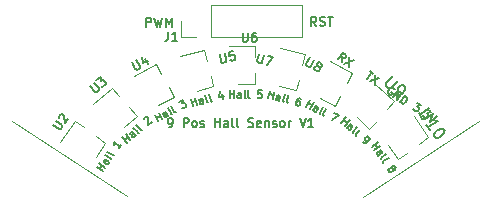
<source format=gbr>
G04 #@! TF.GenerationSoftware,KiCad,Pcbnew,(5.1.5)-3*
G04 #@! TF.CreationDate,2021-01-31T16:22:46-06:00*
G04 #@! TF.ProjectId,HallSensorSMD_9_Pos,48616c6c-5365-46e7-936f-72534d445f39,rev?*
G04 #@! TF.SameCoordinates,Original*
G04 #@! TF.FileFunction,Legend,Top*
G04 #@! TF.FilePolarity,Positive*
%FSLAX46Y46*%
G04 Gerber Fmt 4.6, Leading zero omitted, Abs format (unit mm)*
G04 Created by KiCad (PCBNEW (5.1.5)-3) date 2021-01-31 16:22:46*
%MOMM*%
%LPD*%
G04 APERTURE LIST*
%ADD10C,0.120000*%
%ADD11C,0.139700*%
%ADD12C,0.133350*%
%ADD13C,0.150000*%
%ADD14C,0.127000*%
G04 APERTURE END LIST*
D10*
X119950000Y-63100000D02*
X110250000Y-56750000D01*
X139900000Y-63200000D02*
X149750000Y-56750000D01*
D11*
X123469400Y-57240714D02*
X123614542Y-57240714D01*
X123687114Y-57204428D01*
X123723400Y-57168142D01*
X123795971Y-57059285D01*
X123832257Y-56914142D01*
X123832257Y-56623857D01*
X123795971Y-56551285D01*
X123759685Y-56515000D01*
X123687114Y-56478714D01*
X123541971Y-56478714D01*
X123469400Y-56515000D01*
X123433114Y-56551285D01*
X123396828Y-56623857D01*
X123396828Y-56805285D01*
X123433114Y-56877857D01*
X123469400Y-56914142D01*
X123541971Y-56950428D01*
X123687114Y-56950428D01*
X123759685Y-56914142D01*
X123795971Y-56877857D01*
X123832257Y-56805285D01*
X124739400Y-57240714D02*
X124739400Y-56478714D01*
X125029685Y-56478714D01*
X125102257Y-56515000D01*
X125138542Y-56551285D01*
X125174828Y-56623857D01*
X125174828Y-56732714D01*
X125138542Y-56805285D01*
X125102257Y-56841571D01*
X125029685Y-56877857D01*
X124739400Y-56877857D01*
X125610257Y-57240714D02*
X125537685Y-57204428D01*
X125501400Y-57168142D01*
X125465114Y-57095571D01*
X125465114Y-56877857D01*
X125501400Y-56805285D01*
X125537685Y-56769000D01*
X125610257Y-56732714D01*
X125719114Y-56732714D01*
X125791685Y-56769000D01*
X125827971Y-56805285D01*
X125864257Y-56877857D01*
X125864257Y-57095571D01*
X125827971Y-57168142D01*
X125791685Y-57204428D01*
X125719114Y-57240714D01*
X125610257Y-57240714D01*
X126154542Y-57204428D02*
X126227114Y-57240714D01*
X126372257Y-57240714D01*
X126444828Y-57204428D01*
X126481114Y-57131857D01*
X126481114Y-57095571D01*
X126444828Y-57023000D01*
X126372257Y-56986714D01*
X126263400Y-56986714D01*
X126190828Y-56950428D01*
X126154542Y-56877857D01*
X126154542Y-56841571D01*
X126190828Y-56769000D01*
X126263400Y-56732714D01*
X126372257Y-56732714D01*
X126444828Y-56769000D01*
X127388257Y-57240714D02*
X127388257Y-56478714D01*
X127388257Y-56841571D02*
X127823685Y-56841571D01*
X127823685Y-57240714D02*
X127823685Y-56478714D01*
X128513114Y-57240714D02*
X128513114Y-56841571D01*
X128476828Y-56769000D01*
X128404257Y-56732714D01*
X128259114Y-56732714D01*
X128186542Y-56769000D01*
X128513114Y-57204428D02*
X128440542Y-57240714D01*
X128259114Y-57240714D01*
X128186542Y-57204428D01*
X128150257Y-57131857D01*
X128150257Y-57059285D01*
X128186542Y-56986714D01*
X128259114Y-56950428D01*
X128440542Y-56950428D01*
X128513114Y-56914142D01*
X128984828Y-57240714D02*
X128912257Y-57204428D01*
X128875971Y-57131857D01*
X128875971Y-56478714D01*
X129383971Y-57240714D02*
X129311400Y-57204428D01*
X129275114Y-57131857D01*
X129275114Y-56478714D01*
X130218542Y-57204428D02*
X130327400Y-57240714D01*
X130508828Y-57240714D01*
X130581400Y-57204428D01*
X130617685Y-57168142D01*
X130653971Y-57095571D01*
X130653971Y-57023000D01*
X130617685Y-56950428D01*
X130581400Y-56914142D01*
X130508828Y-56877857D01*
X130363685Y-56841571D01*
X130291114Y-56805285D01*
X130254828Y-56769000D01*
X130218542Y-56696428D01*
X130218542Y-56623857D01*
X130254828Y-56551285D01*
X130291114Y-56515000D01*
X130363685Y-56478714D01*
X130545114Y-56478714D01*
X130653971Y-56515000D01*
X131270828Y-57204428D02*
X131198257Y-57240714D01*
X131053114Y-57240714D01*
X130980542Y-57204428D01*
X130944257Y-57131857D01*
X130944257Y-56841571D01*
X130980542Y-56769000D01*
X131053114Y-56732714D01*
X131198257Y-56732714D01*
X131270828Y-56769000D01*
X131307114Y-56841571D01*
X131307114Y-56914142D01*
X130944257Y-56986714D01*
X131633685Y-56732714D02*
X131633685Y-57240714D01*
X131633685Y-56805285D02*
X131669971Y-56769000D01*
X131742542Y-56732714D01*
X131851400Y-56732714D01*
X131923971Y-56769000D01*
X131960257Y-56841571D01*
X131960257Y-57240714D01*
X132286828Y-57204428D02*
X132359400Y-57240714D01*
X132504542Y-57240714D01*
X132577114Y-57204428D01*
X132613400Y-57131857D01*
X132613400Y-57095571D01*
X132577114Y-57023000D01*
X132504542Y-56986714D01*
X132395685Y-56986714D01*
X132323114Y-56950428D01*
X132286828Y-56877857D01*
X132286828Y-56841571D01*
X132323114Y-56769000D01*
X132395685Y-56732714D01*
X132504542Y-56732714D01*
X132577114Y-56769000D01*
X133048828Y-57240714D02*
X132976257Y-57204428D01*
X132939971Y-57168142D01*
X132903685Y-57095571D01*
X132903685Y-56877857D01*
X132939971Y-56805285D01*
X132976257Y-56769000D01*
X133048828Y-56732714D01*
X133157685Y-56732714D01*
X133230257Y-56769000D01*
X133266542Y-56805285D01*
X133302828Y-56877857D01*
X133302828Y-57095571D01*
X133266542Y-57168142D01*
X133230257Y-57204428D01*
X133157685Y-57240714D01*
X133048828Y-57240714D01*
X133629400Y-57240714D02*
X133629400Y-56732714D01*
X133629400Y-56877857D02*
X133665685Y-56805285D01*
X133701971Y-56769000D01*
X133774542Y-56732714D01*
X133847114Y-56732714D01*
X134572828Y-56478714D02*
X134826828Y-57240714D01*
X135080828Y-56478714D01*
X135733971Y-57240714D02*
X135298542Y-57240714D01*
X135516257Y-57240714D02*
X135516257Y-56478714D01*
X135443685Y-56587571D01*
X135371114Y-56660142D01*
X135298542Y-56696428D01*
D12*
X138178422Y-51738576D02*
X138178478Y-51339945D01*
X137857408Y-51513799D02*
X138250767Y-50952025D01*
X138464776Y-51101876D01*
X138499547Y-51166090D01*
X138507567Y-51211572D01*
X138496856Y-51283806D01*
X138440662Y-51364059D01*
X138376448Y-51398830D01*
X138330965Y-51406850D01*
X138258731Y-51396139D01*
X138044722Y-51246288D01*
X138759039Y-51307921D02*
X138740197Y-52131935D01*
X139133556Y-51570160D02*
X138365681Y-51869695D01*
X140497392Y-52502659D02*
X140818406Y-52727436D01*
X140264540Y-53176822D02*
X140657899Y-52615047D01*
X140952161Y-52821092D02*
X140933319Y-53645106D01*
X141326678Y-53083332D02*
X140558803Y-53382867D01*
X142607228Y-54040914D02*
X142573745Y-53979078D01*
X142496464Y-53924965D01*
X142401145Y-53896613D01*
X142313549Y-53912058D01*
X142251714Y-53945541D01*
X142153803Y-54030545D01*
X142099690Y-54107827D01*
X142053300Y-54228906D01*
X142042985Y-54298464D01*
X142058431Y-54386060D01*
X142117674Y-54465933D01*
X142169195Y-54502008D01*
X142264514Y-54530361D01*
X142308312Y-54522638D01*
X142434575Y-54342315D01*
X142331533Y-54270165D01*
X142504080Y-54736497D02*
X142882870Y-54195529D01*
X142813204Y-54952949D01*
X143191994Y-54411981D01*
X143070808Y-55133325D02*
X143449598Y-54592357D01*
X143578400Y-54682545D01*
X143637644Y-54762418D01*
X143653089Y-54850014D01*
X143642774Y-54919573D01*
X143596384Y-55040652D01*
X143542271Y-55117933D01*
X143444361Y-55202937D01*
X143382525Y-55236420D01*
X143294929Y-55251865D01*
X143199610Y-55223513D01*
X143070808Y-55133325D01*
X144526124Y-55161689D02*
X144873889Y-55405196D01*
X144536780Y-55488086D01*
X144617034Y-55544280D01*
X144651805Y-55608494D01*
X144659824Y-55653977D01*
X144649113Y-55726210D01*
X144555456Y-55859966D01*
X144491242Y-55894737D01*
X144445760Y-55902757D01*
X144373526Y-55892045D01*
X144213019Y-55779657D01*
X144178248Y-55715443D01*
X144170228Y-55669961D01*
X144758754Y-56082051D02*
X144766774Y-56127533D01*
X144721291Y-56135553D01*
X144713271Y-56090071D01*
X144758754Y-56082051D01*
X144721291Y-56135553D01*
X145328659Y-55723630D02*
X145676424Y-55967138D01*
X145339315Y-56050027D01*
X145419569Y-56106221D01*
X145454340Y-56170435D01*
X145462359Y-56215918D01*
X145451648Y-56288151D01*
X145357991Y-56421907D01*
X145293777Y-56456678D01*
X145248295Y-56464698D01*
X145176061Y-56453987D01*
X145015554Y-56341598D01*
X144980783Y-56277384D01*
X144972763Y-56231902D01*
X145836931Y-56079526D02*
X145630831Y-56772420D01*
X146211448Y-56341765D01*
D11*
X135993414Y-48668214D02*
X135739414Y-48305357D01*
X135557985Y-48668214D02*
X135557985Y-47906214D01*
X135848271Y-47906214D01*
X135920842Y-47942500D01*
X135957128Y-47978785D01*
X135993414Y-48051357D01*
X135993414Y-48160214D01*
X135957128Y-48232785D01*
X135920842Y-48269071D01*
X135848271Y-48305357D01*
X135557985Y-48305357D01*
X136283700Y-48631928D02*
X136392557Y-48668214D01*
X136573985Y-48668214D01*
X136646557Y-48631928D01*
X136682842Y-48595642D01*
X136719128Y-48523071D01*
X136719128Y-48450500D01*
X136682842Y-48377928D01*
X136646557Y-48341642D01*
X136573985Y-48305357D01*
X136428842Y-48269071D01*
X136356271Y-48232785D01*
X136319985Y-48196500D01*
X136283700Y-48123928D01*
X136283700Y-48051357D01*
X136319985Y-47978785D01*
X136356271Y-47942500D01*
X136428842Y-47906214D01*
X136610271Y-47906214D01*
X136719128Y-47942500D01*
X136936842Y-47906214D02*
X137372271Y-47906214D01*
X137154557Y-48668214D02*
X137154557Y-47906214D01*
X121586171Y-48731714D02*
X121586171Y-47969714D01*
X121876457Y-47969714D01*
X121949028Y-48006000D01*
X121985314Y-48042285D01*
X122021600Y-48114857D01*
X122021600Y-48223714D01*
X121985314Y-48296285D01*
X121949028Y-48332571D01*
X121876457Y-48368857D01*
X121586171Y-48368857D01*
X122275600Y-47969714D02*
X122457028Y-48731714D01*
X122602171Y-48187428D01*
X122747314Y-48731714D01*
X122928742Y-47969714D01*
X123219028Y-48731714D02*
X123219028Y-47969714D01*
X123473028Y-48514000D01*
X123727028Y-47969714D01*
X123727028Y-48731714D01*
D10*
X142866658Y-59928806D02*
X142029236Y-58732844D01*
X145455178Y-58116305D02*
X144216253Y-56346936D01*
X145455178Y-58116305D02*
X144693367Y-58649731D01*
X142866658Y-59928806D02*
X143628469Y-59395380D01*
X140477564Y-57382708D02*
X139392572Y-56405777D01*
X142592016Y-55034370D02*
X140986824Y-53589048D01*
X142592016Y-55034370D02*
X141969725Y-55725495D01*
X140477564Y-57382708D02*
X141099855Y-56691583D01*
X134768900Y-49580000D02*
X134768900Y-46920000D01*
X127088900Y-49580000D02*
X134768900Y-49580000D01*
X127088900Y-46920000D02*
X134768900Y-46920000D01*
X127088900Y-49580000D02*
X127088900Y-46920000D01*
X125818900Y-49580000D02*
X124488900Y-49580000D01*
X124488900Y-49580000D02*
X124488900Y-48250000D01*
X118125678Y-58551295D02*
X117288257Y-59747257D01*
X115537158Y-56738794D02*
X114298233Y-58508162D01*
X115537158Y-56738794D02*
X116298969Y-57272220D01*
X118125678Y-58551295D02*
X117363867Y-58017869D01*
X120770153Y-56283836D02*
X120160018Y-55581956D01*
X118697006Y-53898954D02*
X119307141Y-54600834D01*
X118697006Y-53898954D02*
X117066833Y-55316042D01*
X120770153Y-56283836D02*
X119668277Y-57241682D01*
X123902805Y-54698259D02*
X122613702Y-55383687D01*
X122419275Y-51908144D02*
X120512108Y-52922203D01*
X122419275Y-51908144D02*
X122855884Y-52729286D01*
X123902805Y-54698259D02*
X123466197Y-53877118D01*
X127269661Y-53799207D02*
X125853030Y-54152413D01*
X126505188Y-50733072D02*
X124409349Y-51255623D01*
X126505188Y-50733072D02*
X126730176Y-51635447D01*
X127269661Y-53799207D02*
X127044674Y-52896832D01*
X130770000Y-53570000D02*
X130770000Y-52640000D01*
X130770000Y-50410000D02*
X130770000Y-51340000D01*
X130770000Y-50410000D02*
X128610000Y-50410000D01*
X130770000Y-53570000D02*
X129310000Y-53570000D01*
X134265188Y-54136928D02*
X134490176Y-53234553D01*
X135029661Y-51070793D02*
X134804674Y-51973168D01*
X135029661Y-51070793D02*
X132933823Y-50548242D01*
X134265188Y-54136928D02*
X132848556Y-53783722D01*
X137559275Y-55441856D02*
X136270172Y-54756427D01*
X139042805Y-52651741D02*
X137135638Y-51637683D01*
X139042805Y-52651741D02*
X138606197Y-53472882D01*
X137559275Y-55441856D02*
X137995884Y-54620714D01*
D13*
X145511321Y-55637769D02*
X144848197Y-56102093D01*
X144797496Y-56195726D01*
X144785802Y-56262047D01*
X144801421Y-56367374D01*
X144910674Y-56523403D01*
X145004307Y-56574105D01*
X145070628Y-56585799D01*
X145175955Y-56570180D01*
X145839078Y-56105856D01*
X145593503Y-57498584D02*
X145265745Y-57030497D01*
X145429624Y-57264541D02*
X146248776Y-56690964D01*
X146077128Y-56694889D01*
X145944487Y-56671501D01*
X145850854Y-56620800D01*
X146767726Y-57432102D02*
X146822352Y-57510116D01*
X146837971Y-57615444D01*
X146826277Y-57681764D01*
X146775576Y-57775398D01*
X146646860Y-57923658D01*
X146451824Y-58060224D01*
X146268482Y-58130469D01*
X146163154Y-58146088D01*
X146096834Y-58134394D01*
X146003200Y-58083693D01*
X145948574Y-58005678D01*
X145932955Y-57900351D01*
X145944649Y-57834030D01*
X145995350Y-57740397D01*
X146124066Y-57592137D01*
X146319102Y-57455571D01*
X146502444Y-57385326D01*
X146607772Y-57369707D01*
X146674092Y-57381401D01*
X146767726Y-57432102D01*
D14*
X140670007Y-58896460D02*
X141190168Y-58532239D01*
X140942472Y-58705678D02*
X141150598Y-59002913D01*
X140878133Y-59193695D02*
X141398294Y-58829474D01*
X141207666Y-59664318D02*
X141480132Y-59473535D01*
X141512327Y-59414078D01*
X141502409Y-59347195D01*
X141433034Y-59248116D01*
X141373576Y-59215921D01*
X141232436Y-59646974D02*
X141172979Y-59614778D01*
X141086259Y-59490930D01*
X141076341Y-59424047D01*
X141108536Y-59364590D01*
X141158076Y-59329902D01*
X141224959Y-59319984D01*
X141284416Y-59352180D01*
X141371135Y-59476028D01*
X141430593Y-59508223D01*
X141433136Y-59986322D02*
X141423218Y-59919439D01*
X141455414Y-59859982D01*
X141901266Y-59547793D01*
X141623919Y-60258788D02*
X141614001Y-60191905D01*
X141646196Y-60132448D01*
X142092049Y-59820258D01*
X142389438Y-60719441D02*
X142379520Y-60652558D01*
X142386946Y-60610444D01*
X142419141Y-60550987D01*
X142443911Y-60533643D01*
X142510794Y-60523725D01*
X142552907Y-60531151D01*
X142612365Y-60563346D01*
X142681740Y-60662424D01*
X142691658Y-60729307D01*
X142684232Y-60771421D01*
X142652037Y-60830878D01*
X142627267Y-60848222D01*
X142560384Y-60858140D01*
X142518271Y-60850714D01*
X142458814Y-60818519D01*
X142389438Y-60719441D01*
X142329981Y-60687245D01*
X142287867Y-60679820D01*
X142220984Y-60689738D01*
X142121906Y-60759113D01*
X142089711Y-60818571D01*
X142082285Y-60860684D01*
X142092203Y-60927567D01*
X142161578Y-61026645D01*
X142221036Y-61058841D01*
X142263149Y-61066267D01*
X142330032Y-61056348D01*
X142429111Y-60986973D01*
X142461306Y-60927516D01*
X142468732Y-60885402D01*
X142458814Y-60818519D01*
D13*
X142443050Y-52925363D02*
X141901372Y-53526957D01*
X141873034Y-53629596D01*
X141876558Y-53696847D01*
X141915470Y-53795962D01*
X142057022Y-53923415D01*
X142159661Y-53951754D01*
X142226912Y-53948230D01*
X142326027Y-53909317D01*
X142867704Y-53307724D01*
X142587840Y-54401366D02*
X142729391Y-54528819D01*
X142832030Y-54557158D01*
X142899281Y-54553633D01*
X143065647Y-54511197D01*
X143228488Y-54401509D01*
X143483395Y-54118406D01*
X143511734Y-54015767D01*
X143508210Y-53948516D01*
X143469297Y-53849401D01*
X143327746Y-53721947D01*
X143225107Y-53693609D01*
X143157856Y-53697133D01*
X143058741Y-53736045D01*
X142899424Y-53912985D01*
X142871085Y-54015624D01*
X142874610Y-54082875D01*
X142913522Y-54181990D01*
X143055073Y-54309443D01*
X143157713Y-54337782D01*
X143224964Y-54334257D01*
X143324078Y-54295345D01*
D14*
X138104985Y-56870960D02*
X138529883Y-56399063D01*
X138327550Y-56623776D02*
X138597206Y-56866574D01*
X138374640Y-57113759D02*
X138799538Y-56641862D01*
X138801594Y-57498190D02*
X139024160Y-57251006D01*
X139042155Y-57185830D01*
X139017446Y-57122892D01*
X138927561Y-57041959D01*
X138862385Y-57023964D01*
X138821828Y-57475719D02*
X138756652Y-57457724D01*
X138644295Y-57356557D01*
X138619586Y-57293620D01*
X138637581Y-57228444D01*
X138678048Y-57183501D01*
X138740986Y-57158792D01*
X138806161Y-57176787D01*
X138918518Y-57277953D01*
X138983694Y-57295948D01*
X139093721Y-57761222D02*
X139069012Y-57698284D01*
X139087007Y-57633109D01*
X139451205Y-57228625D01*
X139340905Y-57983788D02*
X139316196Y-57920850D01*
X139334191Y-57855674D01*
X139698389Y-57451191D01*
X139902687Y-58489619D02*
X139992572Y-58570551D01*
X140057748Y-58588547D01*
X140100453Y-58586309D01*
X140206095Y-58559361D01*
X140309499Y-58489709D01*
X140471365Y-58309939D01*
X140489360Y-58244763D01*
X140487122Y-58202059D01*
X140462413Y-58139121D01*
X140372528Y-58058188D01*
X140307352Y-58040193D01*
X140264648Y-58042431D01*
X140201710Y-58067140D01*
X140100544Y-58179497D01*
X140082548Y-58244672D01*
X140084786Y-58287377D01*
X140109496Y-58350315D01*
X140199381Y-58431248D01*
X140264557Y-58449243D01*
X140307261Y-58447005D01*
X140370199Y-58422295D01*
D11*
X123444000Y-49166214D02*
X123444000Y-49710500D01*
X123407714Y-49819357D01*
X123335142Y-49891928D01*
X123226285Y-49928214D01*
X123153714Y-49928214D01*
X124206000Y-49928214D02*
X123770571Y-49928214D01*
X123988285Y-49928214D02*
X123988285Y-49166214D01*
X123915714Y-49275071D01*
X123843142Y-49347642D01*
X123770571Y-49383928D01*
X113672797Y-57069890D02*
X114178097Y-57423704D01*
X114258356Y-57435606D01*
X114308893Y-57426695D01*
X114380241Y-57388061D01*
X114463492Y-57269167D01*
X114475394Y-57188907D01*
X114466483Y-57138371D01*
X114427848Y-57067022D01*
X113922549Y-56713207D01*
X114169309Y-56487321D02*
X114160398Y-56436785D01*
X114172300Y-56356525D01*
X114276363Y-56207908D01*
X114347712Y-56169273D01*
X114398248Y-56160362D01*
X114478508Y-56172264D01*
X114537955Y-56213889D01*
X114606313Y-56306051D01*
X114713243Y-56912484D01*
X114983808Y-56526079D01*
D14*
X117906889Y-60968554D02*
X117386727Y-60604333D01*
X117634423Y-60777772D02*
X117842550Y-60480537D01*
X118115015Y-60671319D02*
X117594854Y-60307098D01*
X118444549Y-60200697D02*
X118172083Y-60009914D01*
X118105200Y-59999996D01*
X118045743Y-60032191D01*
X117976367Y-60131270D01*
X117966449Y-60198153D01*
X118419779Y-60183353D02*
X118409861Y-60250236D01*
X118323142Y-60374084D01*
X118263684Y-60406279D01*
X118196801Y-60396361D01*
X118147262Y-60361673D01*
X118115067Y-60302216D01*
X118124985Y-60235333D01*
X118211704Y-60111485D01*
X118221622Y-60044602D01*
X118670019Y-59878692D02*
X118610561Y-59910887D01*
X118543678Y-59900969D01*
X118097826Y-59588780D01*
X118860801Y-59606226D02*
X118801344Y-59638422D01*
X118734461Y-59628504D01*
X118288608Y-59316314D01*
X119467836Y-58739290D02*
X119259710Y-59036526D01*
X119363773Y-58887908D02*
X118843612Y-58523687D01*
X118883233Y-58625258D01*
X118898084Y-58709485D01*
X118888166Y-58776368D01*
D11*
X116807925Y-53769185D02*
X117212619Y-54234733D01*
X117287616Y-54265698D01*
X117338806Y-54269277D01*
X117417382Y-54249052D01*
X117526923Y-54153829D01*
X117557888Y-54078833D01*
X117561467Y-54027642D01*
X117541241Y-53949066D01*
X117136547Y-53483518D01*
X117355628Y-53293074D02*
X117711635Y-52983601D01*
X117710384Y-53369322D01*
X117792539Y-53297905D01*
X117871115Y-53277679D01*
X117922306Y-53281259D01*
X117997302Y-53312223D01*
X118116330Y-53449149D01*
X118136556Y-53527725D01*
X118132976Y-53578916D01*
X118102012Y-53653912D01*
X117937701Y-53796746D01*
X117859125Y-53816972D01*
X117807934Y-53813392D01*
D14*
X119973075Y-58576363D02*
X119556477Y-58097122D01*
X119754857Y-58325332D02*
X120028709Y-58087276D01*
X120246926Y-58338307D02*
X119830329Y-57859066D01*
X120680525Y-57961385D02*
X120462307Y-57710355D01*
X120399810Y-57684551D01*
X120334330Y-57701406D01*
X120243047Y-57780758D01*
X120217243Y-57843255D01*
X120660687Y-57938564D02*
X120634883Y-58001061D01*
X120520778Y-58100251D01*
X120455298Y-58117106D01*
X120392801Y-58091302D01*
X120353125Y-58045660D01*
X120336270Y-57980180D01*
X120362074Y-57917683D01*
X120476179Y-57818494D01*
X120501983Y-57755997D01*
X120977198Y-57703492D02*
X120911718Y-57720347D01*
X120849221Y-57694543D01*
X120492137Y-57283765D01*
X121228229Y-57485274D02*
X121162749Y-57502129D01*
X121100252Y-57476325D01*
X120743168Y-57065547D01*
X121376190Y-56595402D02*
X121379173Y-56552743D01*
X121404977Y-56490246D01*
X121519081Y-56391056D01*
X121584561Y-56374201D01*
X121627220Y-56377184D01*
X121689717Y-56402988D01*
X121729393Y-56448630D01*
X121766086Y-56536931D01*
X121730290Y-57048839D01*
X122026963Y-56790945D01*
D11*
X120367735Y-51762951D02*
X120657331Y-52307603D01*
X120723440Y-52354645D01*
X120772514Y-52369648D01*
X120853625Y-52367616D01*
X120981779Y-52299476D01*
X121028821Y-52233367D01*
X121043824Y-52184294D01*
X121041792Y-52103182D01*
X120752195Y-51558530D01*
X121480170Y-51459131D02*
X121718662Y-51907668D01*
X121183697Y-51288000D02*
X121279032Y-51853751D01*
X121695531Y-51632294D01*
D14*
X122610450Y-56752724D02*
X122312335Y-56192053D01*
X122454295Y-56459039D02*
X122774678Y-56288688D01*
X122930834Y-56582373D02*
X122632719Y-56021702D01*
X123438108Y-56312651D02*
X123281953Y-56018966D01*
X123226862Y-55979764D01*
X123159269Y-55981457D01*
X123052474Y-56038241D01*
X123013273Y-56093332D01*
X123423912Y-56285952D02*
X123384711Y-56341043D01*
X123251217Y-56412022D01*
X123183624Y-56413715D01*
X123128534Y-56374514D01*
X123100142Y-56321117D01*
X123098449Y-56253523D01*
X123137650Y-56198433D01*
X123271143Y-56127453D01*
X123310345Y-56072363D01*
X123785190Y-56128104D02*
X123717597Y-56129797D01*
X123662507Y-56090595D01*
X123406980Y-55610020D01*
X124078876Y-55971948D02*
X124011282Y-55973642D01*
X123956192Y-55934440D01*
X123700665Y-55453865D01*
X124368132Y-55098966D02*
X124715214Y-54914419D01*
X124641891Y-55227380D01*
X124721987Y-55184792D01*
X124789580Y-55183099D01*
X124830475Y-55195602D01*
X124885565Y-55234803D01*
X124956545Y-55368296D01*
X124958238Y-55435890D01*
X124945735Y-55476784D01*
X124906534Y-55531875D01*
X124746342Y-55617050D01*
X124678749Y-55618744D01*
X124637854Y-55606241D01*
D11*
X127789265Y-51094372D02*
X127938496Y-51692906D01*
X127991261Y-51754543D01*
X128035247Y-51780973D01*
X128114441Y-51798624D01*
X128255272Y-51763511D01*
X128316910Y-51710746D01*
X128343339Y-51666760D01*
X128360991Y-51587566D01*
X128211759Y-50989032D01*
X128915917Y-50813466D02*
X128563838Y-50901249D01*
X128616413Y-51262106D01*
X128642843Y-51218120D01*
X128704480Y-51165355D01*
X128880520Y-51121464D01*
X128959714Y-51139115D01*
X129003700Y-51165545D01*
X129056465Y-51227182D01*
X129100356Y-51403222D01*
X129082705Y-51482416D01*
X129056275Y-51526402D01*
X128994638Y-51579166D01*
X128818598Y-51623058D01*
X128739404Y-51605407D01*
X128695418Y-51578977D01*
D14*
X125518674Y-55479996D02*
X125365054Y-54863859D01*
X125438206Y-55157258D02*
X125790285Y-55069475D01*
X125870753Y-55392213D02*
X125717132Y-54776076D01*
X126428211Y-55253223D02*
X126347743Y-54930485D01*
X126303773Y-54879120D01*
X126237778Y-54864411D01*
X126120418Y-54893672D01*
X126069053Y-54937642D01*
X126420896Y-55223884D02*
X126369531Y-55267854D01*
X126222832Y-55304430D01*
X126156837Y-55289721D01*
X126112866Y-55238356D01*
X126098236Y-55179677D01*
X126112945Y-55113682D01*
X126164310Y-55069711D01*
X126311009Y-55033135D01*
X126362374Y-54989164D01*
X126809629Y-55158125D02*
X126743634Y-55143416D01*
X126699664Y-55092051D01*
X126567989Y-54563933D01*
X127132368Y-55077657D02*
X127066373Y-55062948D01*
X127022403Y-55011583D01*
X126890728Y-54483465D01*
X127998171Y-54425495D02*
X128100585Y-54836254D01*
X127792950Y-54227352D02*
X127755979Y-54704027D01*
X128137398Y-54608929D01*
D11*
X129748156Y-49265814D02*
X129748156Y-49882671D01*
X129784442Y-49955242D01*
X129820728Y-49991528D01*
X129893299Y-50027814D01*
X130038442Y-50027814D01*
X130111013Y-49991528D01*
X130147299Y-49955242D01*
X130183585Y-49882671D01*
X130183585Y-49265814D01*
X130873013Y-49265814D02*
X130727870Y-49265814D01*
X130655299Y-49302100D01*
X130619013Y-49338385D01*
X130546442Y-49447242D01*
X130510156Y-49592385D01*
X130510156Y-49882671D01*
X130546442Y-49955242D01*
X130582728Y-49991528D01*
X130655299Y-50027814D01*
X130800442Y-50027814D01*
X130873013Y-49991528D01*
X130909299Y-49955242D01*
X130945585Y-49882671D01*
X130945585Y-49701242D01*
X130909299Y-49628671D01*
X130873013Y-49592385D01*
X130800442Y-49556100D01*
X130655299Y-49556100D01*
X130582728Y-49592385D01*
X130546442Y-49628671D01*
X130510156Y-49701242D01*
D14*
X128664404Y-54777261D02*
X128664404Y-54142261D01*
X128664404Y-54444642D02*
X129027261Y-54444642D01*
X129027261Y-54777261D02*
X129027261Y-54142261D01*
X129601785Y-54777261D02*
X129601785Y-54444642D01*
X129571547Y-54384166D01*
X129511071Y-54353928D01*
X129390119Y-54353928D01*
X129329642Y-54384166D01*
X129601785Y-54747023D02*
X129541309Y-54777261D01*
X129390119Y-54777261D01*
X129329642Y-54747023D01*
X129299404Y-54686547D01*
X129299404Y-54626071D01*
X129329642Y-54565595D01*
X129390119Y-54535357D01*
X129541309Y-54535357D01*
X129601785Y-54505119D01*
X129994880Y-54777261D02*
X129934404Y-54747023D01*
X129904166Y-54686547D01*
X129904166Y-54142261D01*
X130327500Y-54777261D02*
X130267023Y-54747023D01*
X130236785Y-54686547D01*
X130236785Y-54142261D01*
X131355595Y-54142261D02*
X131053214Y-54142261D01*
X131022976Y-54444642D01*
X131053214Y-54414404D01*
X131113690Y-54384166D01*
X131264880Y-54384166D01*
X131325357Y-54414404D01*
X131355595Y-54444642D01*
X131385833Y-54505119D01*
X131385833Y-54656309D01*
X131355595Y-54716785D01*
X131325357Y-54747023D01*
X131264880Y-54777261D01*
X131113690Y-54777261D01*
X131053214Y-54747023D01*
X131022976Y-54716785D01*
D11*
X131146072Y-51026024D02*
X130996841Y-51624558D01*
X131014492Y-51703752D01*
X131040922Y-51747738D01*
X131102559Y-51800503D01*
X131243391Y-51835616D01*
X131322585Y-51817965D01*
X131366571Y-51791535D01*
X131419335Y-51729898D01*
X131568567Y-51131364D01*
X131850230Y-51201590D02*
X132343140Y-51324487D01*
X131841924Y-51984847D01*
D14*
X131930074Y-54798939D02*
X132083695Y-54182801D01*
X132010542Y-54476200D02*
X132362621Y-54563983D01*
X132282153Y-54886722D02*
X132435773Y-54270584D01*
X132839611Y-55025712D02*
X132920079Y-54702973D01*
X132905369Y-54636978D01*
X132854005Y-54593007D01*
X132736645Y-54563746D01*
X132670650Y-54578456D01*
X132846926Y-54996372D02*
X132780931Y-55011081D01*
X132634232Y-54974505D01*
X132582867Y-54930534D01*
X132568158Y-54864539D01*
X132582788Y-54805859D01*
X132626759Y-54754495D01*
X132692754Y-54739786D01*
X132839453Y-54776362D01*
X132905448Y-54761652D01*
X133221030Y-55120810D02*
X133169665Y-55076839D01*
X133154956Y-55010844D01*
X133286630Y-54482726D01*
X133543768Y-55201278D02*
X133492404Y-55157307D01*
X133477695Y-55091312D01*
X133609369Y-54563194D01*
X134665605Y-54826543D02*
X134548246Y-54797282D01*
X134482251Y-54811992D01*
X134445596Y-54834016D01*
X134364970Y-54907406D01*
X134306369Y-55017450D01*
X134247847Y-55252169D01*
X134262556Y-55318164D01*
X134284581Y-55354819D01*
X134335946Y-55398790D01*
X134453305Y-55428051D01*
X134519300Y-55413341D01*
X134555955Y-55391317D01*
X134599926Y-55339952D01*
X134636502Y-55193253D01*
X134621793Y-55127258D01*
X134599768Y-55090602D01*
X134548404Y-55046632D01*
X134431044Y-55017371D01*
X134365049Y-55032080D01*
X134328394Y-55054105D01*
X134284423Y-55105470D01*
D11*
X135433151Y-51346725D02*
X135143554Y-51891378D01*
X135141522Y-51972490D01*
X135156526Y-52021563D01*
X135203567Y-52087672D01*
X135331721Y-52155812D01*
X135412833Y-52157844D01*
X135461906Y-52142841D01*
X135528015Y-52095799D01*
X135817612Y-51551147D01*
X136080795Y-52060949D02*
X136033753Y-51994840D01*
X136018750Y-51945766D01*
X136020782Y-51864655D01*
X136037817Y-51832616D01*
X136103925Y-51785575D01*
X136152999Y-51770571D01*
X136234111Y-51772603D01*
X136362264Y-51840744D01*
X136409306Y-51906852D01*
X136424309Y-51955926D01*
X136422277Y-52037038D01*
X136405242Y-52069076D01*
X136339134Y-52116118D01*
X136290060Y-52131121D01*
X136208948Y-52129089D01*
X136080795Y-52060949D01*
X135999683Y-52058917D01*
X135950609Y-52073920D01*
X135884501Y-52120962D01*
X135816360Y-52249115D01*
X135814328Y-52330227D01*
X135829332Y-52379301D01*
X135876373Y-52445409D01*
X136004527Y-52513550D01*
X136085639Y-52515581D01*
X136134712Y-52500578D01*
X136200821Y-52453536D01*
X136268961Y-52325383D01*
X136270993Y-52244271D01*
X136255990Y-52195198D01*
X136208948Y-52129089D01*
D14*
X135133369Y-55519287D02*
X135431484Y-54958615D01*
X135289524Y-55225602D02*
X135609908Y-55395953D01*
X135453753Y-55689638D02*
X135751867Y-55128966D01*
X135961027Y-55959361D02*
X136117183Y-55665676D01*
X136118876Y-55598082D01*
X136079674Y-55542992D01*
X135972880Y-55486208D01*
X135905287Y-55484515D01*
X135975223Y-55932662D02*
X135907630Y-55930969D01*
X135774137Y-55859989D01*
X135734935Y-55804899D01*
X135736629Y-55737305D01*
X135765020Y-55683908D01*
X135820111Y-55644707D01*
X135887704Y-55646400D01*
X136021197Y-55717380D01*
X136088791Y-55719073D01*
X136308110Y-56143908D02*
X136268908Y-56088817D01*
X136270602Y-56021224D01*
X136526128Y-55540648D01*
X136601795Y-56300063D02*
X136562594Y-56244972D01*
X136564287Y-56177379D01*
X136819814Y-55696803D01*
X137487280Y-56051702D02*
X137861061Y-56250445D01*
X137322659Y-56683353D01*
M02*

</source>
